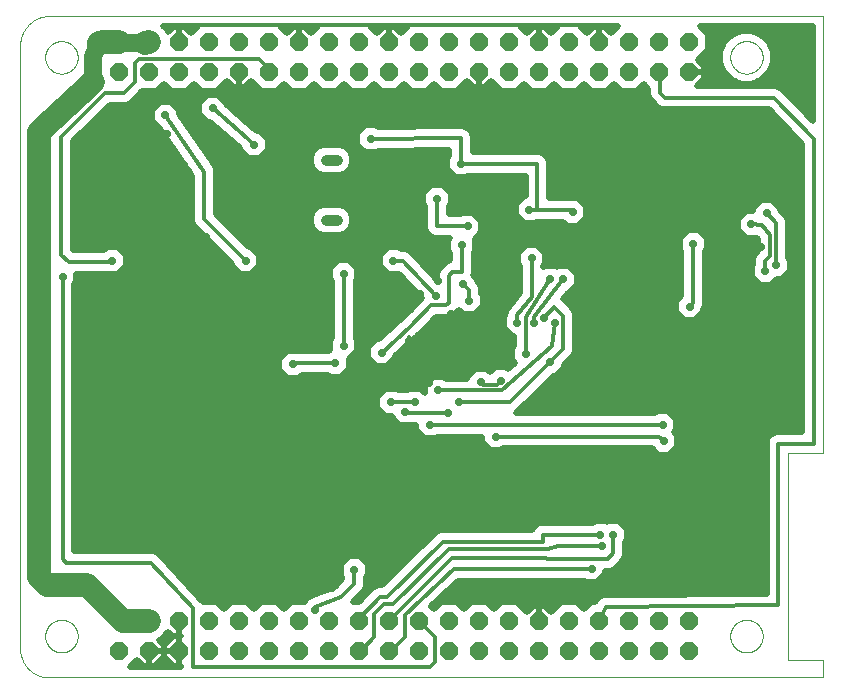
<source format=gbl>
G75*
%MOIN*%
%OFA0B0*%
%FSLAX25Y25*%
%IPPOS*%
%LPD*%
%AMOC8*
5,1,8,0,0,1.08239X$1,22.5*
%
%ADD10C,0.00000*%
%ADD11OC8,0.06000*%
%ADD12C,0.03600*%
%ADD13C,0.01969*%
%ADD14OC8,0.02381*%
%ADD15C,0.01220*%
%ADD16C,0.01181*%
%ADD17C,0.07874*%
%ADD18C,0.05906*%
D10*
X0008586Y0012587D02*
X0008586Y0213768D01*
X0008589Y0214006D01*
X0008597Y0214244D01*
X0008612Y0214481D01*
X0008632Y0214718D01*
X0008658Y0214954D01*
X0008689Y0215190D01*
X0008726Y0215425D01*
X0008769Y0215659D01*
X0008818Y0215892D01*
X0008872Y0216124D01*
X0008932Y0216354D01*
X0008997Y0216583D01*
X0009068Y0216810D01*
X0009144Y0217035D01*
X0009226Y0217258D01*
X0009313Y0217480D01*
X0009405Y0217699D01*
X0009503Y0217916D01*
X0009605Y0218130D01*
X0009713Y0218342D01*
X0009827Y0218552D01*
X0009945Y0218758D01*
X0010068Y0218962D01*
X0010196Y0219162D01*
X0010328Y0219359D01*
X0010466Y0219554D01*
X0010608Y0219744D01*
X0010755Y0219932D01*
X0010906Y0220115D01*
X0011061Y0220295D01*
X0011221Y0220471D01*
X0011385Y0220643D01*
X0011554Y0220812D01*
X0011726Y0220976D01*
X0011902Y0221136D01*
X0012082Y0221291D01*
X0012265Y0221442D01*
X0012453Y0221589D01*
X0012643Y0221731D01*
X0012838Y0221869D01*
X0013035Y0222001D01*
X0013235Y0222129D01*
X0013439Y0222252D01*
X0013645Y0222370D01*
X0013855Y0222484D01*
X0014067Y0222592D01*
X0014281Y0222694D01*
X0014498Y0222792D01*
X0014717Y0222884D01*
X0014939Y0222971D01*
X0015162Y0223053D01*
X0015387Y0223129D01*
X0015614Y0223200D01*
X0015843Y0223265D01*
X0016073Y0223325D01*
X0016305Y0223379D01*
X0016538Y0223428D01*
X0016772Y0223471D01*
X0017007Y0223508D01*
X0017243Y0223539D01*
X0017479Y0223565D01*
X0017716Y0223585D01*
X0017953Y0223600D01*
X0018191Y0223608D01*
X0018429Y0223611D01*
X0276303Y0223611D01*
X0276303Y0077942D01*
X0264492Y0077942D01*
X0264492Y0009044D01*
X0276303Y0009044D01*
X0276303Y0003138D01*
X0018429Y0003138D01*
X0018192Y0003136D01*
X0017955Y0003140D01*
X0017719Y0003150D01*
X0017482Y0003165D01*
X0017247Y0003186D01*
X0017011Y0003214D01*
X0016777Y0003246D01*
X0016543Y0003285D01*
X0016311Y0003329D01*
X0016079Y0003379D01*
X0015849Y0003435D01*
X0015620Y0003496D01*
X0015393Y0003563D01*
X0015168Y0003636D01*
X0014944Y0003714D01*
X0014723Y0003797D01*
X0014503Y0003886D01*
X0014286Y0003980D01*
X0014071Y0004079D01*
X0013859Y0004184D01*
X0013649Y0004294D01*
X0013442Y0004409D01*
X0013238Y0004529D01*
X0013037Y0004654D01*
X0012839Y0004784D01*
X0012644Y0004919D01*
X0012453Y0005059D01*
X0012265Y0005203D01*
X0012081Y0005351D01*
X0011900Y0005505D01*
X0011723Y0005662D01*
X0011550Y0005824D01*
X0011382Y0005990D01*
X0011217Y0006160D01*
X0011057Y0006334D01*
X0010900Y0006512D01*
X0010749Y0006694D01*
X0010602Y0006880D01*
X0010459Y0007069D01*
X0010321Y0007261D01*
X0010188Y0007457D01*
X0010060Y0007656D01*
X0009936Y0007858D01*
X0009818Y0008063D01*
X0009704Y0008271D01*
X0009596Y0008482D01*
X0009493Y0008695D01*
X0009396Y0008911D01*
X0009303Y0009129D01*
X0009216Y0009349D01*
X0009135Y0009571D01*
X0009059Y0009796D01*
X0008988Y0010022D01*
X0008923Y0010249D01*
X0008864Y0010478D01*
X0008810Y0010709D01*
X0008762Y0010941D01*
X0008719Y0011174D01*
X0008683Y0011408D01*
X0008652Y0011643D01*
X0008627Y0011878D01*
X0008607Y0012114D01*
X0008594Y0012350D01*
X0008586Y0012587D01*
X0016953Y0016918D02*
X0016955Y0017065D01*
X0016961Y0017211D01*
X0016971Y0017357D01*
X0016985Y0017503D01*
X0017003Y0017649D01*
X0017024Y0017794D01*
X0017050Y0017938D01*
X0017080Y0018082D01*
X0017113Y0018224D01*
X0017150Y0018366D01*
X0017191Y0018507D01*
X0017236Y0018646D01*
X0017285Y0018785D01*
X0017337Y0018922D01*
X0017394Y0019057D01*
X0017453Y0019191D01*
X0017517Y0019323D01*
X0017584Y0019453D01*
X0017654Y0019582D01*
X0017728Y0019709D01*
X0017805Y0019833D01*
X0017886Y0019956D01*
X0017970Y0020076D01*
X0018057Y0020194D01*
X0018147Y0020309D01*
X0018240Y0020422D01*
X0018337Y0020533D01*
X0018436Y0020641D01*
X0018538Y0020746D01*
X0018643Y0020848D01*
X0018751Y0020947D01*
X0018862Y0021044D01*
X0018975Y0021137D01*
X0019090Y0021227D01*
X0019208Y0021314D01*
X0019328Y0021398D01*
X0019451Y0021479D01*
X0019575Y0021556D01*
X0019702Y0021630D01*
X0019831Y0021700D01*
X0019961Y0021767D01*
X0020093Y0021831D01*
X0020227Y0021890D01*
X0020362Y0021947D01*
X0020499Y0021999D01*
X0020638Y0022048D01*
X0020777Y0022093D01*
X0020918Y0022134D01*
X0021060Y0022171D01*
X0021202Y0022204D01*
X0021346Y0022234D01*
X0021490Y0022260D01*
X0021635Y0022281D01*
X0021781Y0022299D01*
X0021927Y0022313D01*
X0022073Y0022323D01*
X0022219Y0022329D01*
X0022366Y0022331D01*
X0022513Y0022329D01*
X0022659Y0022323D01*
X0022805Y0022313D01*
X0022951Y0022299D01*
X0023097Y0022281D01*
X0023242Y0022260D01*
X0023386Y0022234D01*
X0023530Y0022204D01*
X0023672Y0022171D01*
X0023814Y0022134D01*
X0023955Y0022093D01*
X0024094Y0022048D01*
X0024233Y0021999D01*
X0024370Y0021947D01*
X0024505Y0021890D01*
X0024639Y0021831D01*
X0024771Y0021767D01*
X0024901Y0021700D01*
X0025030Y0021630D01*
X0025157Y0021556D01*
X0025281Y0021479D01*
X0025404Y0021398D01*
X0025524Y0021314D01*
X0025642Y0021227D01*
X0025757Y0021137D01*
X0025870Y0021044D01*
X0025981Y0020947D01*
X0026089Y0020848D01*
X0026194Y0020746D01*
X0026296Y0020641D01*
X0026395Y0020533D01*
X0026492Y0020422D01*
X0026585Y0020309D01*
X0026675Y0020194D01*
X0026762Y0020076D01*
X0026846Y0019956D01*
X0026927Y0019833D01*
X0027004Y0019709D01*
X0027078Y0019582D01*
X0027148Y0019453D01*
X0027215Y0019323D01*
X0027279Y0019191D01*
X0027338Y0019057D01*
X0027395Y0018922D01*
X0027447Y0018785D01*
X0027496Y0018646D01*
X0027541Y0018507D01*
X0027582Y0018366D01*
X0027619Y0018224D01*
X0027652Y0018082D01*
X0027682Y0017938D01*
X0027708Y0017794D01*
X0027729Y0017649D01*
X0027747Y0017503D01*
X0027761Y0017357D01*
X0027771Y0017211D01*
X0027777Y0017065D01*
X0027779Y0016918D01*
X0027777Y0016771D01*
X0027771Y0016625D01*
X0027761Y0016479D01*
X0027747Y0016333D01*
X0027729Y0016187D01*
X0027708Y0016042D01*
X0027682Y0015898D01*
X0027652Y0015754D01*
X0027619Y0015612D01*
X0027582Y0015470D01*
X0027541Y0015329D01*
X0027496Y0015190D01*
X0027447Y0015051D01*
X0027395Y0014914D01*
X0027338Y0014779D01*
X0027279Y0014645D01*
X0027215Y0014513D01*
X0027148Y0014383D01*
X0027078Y0014254D01*
X0027004Y0014127D01*
X0026927Y0014003D01*
X0026846Y0013880D01*
X0026762Y0013760D01*
X0026675Y0013642D01*
X0026585Y0013527D01*
X0026492Y0013414D01*
X0026395Y0013303D01*
X0026296Y0013195D01*
X0026194Y0013090D01*
X0026089Y0012988D01*
X0025981Y0012889D01*
X0025870Y0012792D01*
X0025757Y0012699D01*
X0025642Y0012609D01*
X0025524Y0012522D01*
X0025404Y0012438D01*
X0025281Y0012357D01*
X0025157Y0012280D01*
X0025030Y0012206D01*
X0024901Y0012136D01*
X0024771Y0012069D01*
X0024639Y0012005D01*
X0024505Y0011946D01*
X0024370Y0011889D01*
X0024233Y0011837D01*
X0024094Y0011788D01*
X0023955Y0011743D01*
X0023814Y0011702D01*
X0023672Y0011665D01*
X0023530Y0011632D01*
X0023386Y0011602D01*
X0023242Y0011576D01*
X0023097Y0011555D01*
X0022951Y0011537D01*
X0022805Y0011523D01*
X0022659Y0011513D01*
X0022513Y0011507D01*
X0022366Y0011505D01*
X0022219Y0011507D01*
X0022073Y0011513D01*
X0021927Y0011523D01*
X0021781Y0011537D01*
X0021635Y0011555D01*
X0021490Y0011576D01*
X0021346Y0011602D01*
X0021202Y0011632D01*
X0021060Y0011665D01*
X0020918Y0011702D01*
X0020777Y0011743D01*
X0020638Y0011788D01*
X0020499Y0011837D01*
X0020362Y0011889D01*
X0020227Y0011946D01*
X0020093Y0012005D01*
X0019961Y0012069D01*
X0019831Y0012136D01*
X0019702Y0012206D01*
X0019575Y0012280D01*
X0019451Y0012357D01*
X0019328Y0012438D01*
X0019208Y0012522D01*
X0019090Y0012609D01*
X0018975Y0012699D01*
X0018862Y0012792D01*
X0018751Y0012889D01*
X0018643Y0012988D01*
X0018538Y0013090D01*
X0018436Y0013195D01*
X0018337Y0013303D01*
X0018240Y0013414D01*
X0018147Y0013527D01*
X0018057Y0013642D01*
X0017970Y0013760D01*
X0017886Y0013880D01*
X0017805Y0014003D01*
X0017728Y0014127D01*
X0017654Y0014254D01*
X0017584Y0014383D01*
X0017517Y0014513D01*
X0017453Y0014645D01*
X0017394Y0014779D01*
X0017337Y0014914D01*
X0017285Y0015051D01*
X0017236Y0015190D01*
X0017191Y0015329D01*
X0017150Y0015470D01*
X0017113Y0015612D01*
X0017080Y0015754D01*
X0017050Y0015898D01*
X0017024Y0016042D01*
X0017003Y0016187D01*
X0016985Y0016333D01*
X0016971Y0016479D01*
X0016961Y0016625D01*
X0016955Y0016771D01*
X0016953Y0016918D01*
X0245299Y0016918D02*
X0245301Y0017065D01*
X0245307Y0017211D01*
X0245317Y0017357D01*
X0245331Y0017503D01*
X0245349Y0017649D01*
X0245370Y0017794D01*
X0245396Y0017938D01*
X0245426Y0018082D01*
X0245459Y0018224D01*
X0245496Y0018366D01*
X0245537Y0018507D01*
X0245582Y0018646D01*
X0245631Y0018785D01*
X0245683Y0018922D01*
X0245740Y0019057D01*
X0245799Y0019191D01*
X0245863Y0019323D01*
X0245930Y0019453D01*
X0246000Y0019582D01*
X0246074Y0019709D01*
X0246151Y0019833D01*
X0246232Y0019956D01*
X0246316Y0020076D01*
X0246403Y0020194D01*
X0246493Y0020309D01*
X0246586Y0020422D01*
X0246683Y0020533D01*
X0246782Y0020641D01*
X0246884Y0020746D01*
X0246989Y0020848D01*
X0247097Y0020947D01*
X0247208Y0021044D01*
X0247321Y0021137D01*
X0247436Y0021227D01*
X0247554Y0021314D01*
X0247674Y0021398D01*
X0247797Y0021479D01*
X0247921Y0021556D01*
X0248048Y0021630D01*
X0248177Y0021700D01*
X0248307Y0021767D01*
X0248439Y0021831D01*
X0248573Y0021890D01*
X0248708Y0021947D01*
X0248845Y0021999D01*
X0248984Y0022048D01*
X0249123Y0022093D01*
X0249264Y0022134D01*
X0249406Y0022171D01*
X0249548Y0022204D01*
X0249692Y0022234D01*
X0249836Y0022260D01*
X0249981Y0022281D01*
X0250127Y0022299D01*
X0250273Y0022313D01*
X0250419Y0022323D01*
X0250565Y0022329D01*
X0250712Y0022331D01*
X0250859Y0022329D01*
X0251005Y0022323D01*
X0251151Y0022313D01*
X0251297Y0022299D01*
X0251443Y0022281D01*
X0251588Y0022260D01*
X0251732Y0022234D01*
X0251876Y0022204D01*
X0252018Y0022171D01*
X0252160Y0022134D01*
X0252301Y0022093D01*
X0252440Y0022048D01*
X0252579Y0021999D01*
X0252716Y0021947D01*
X0252851Y0021890D01*
X0252985Y0021831D01*
X0253117Y0021767D01*
X0253247Y0021700D01*
X0253376Y0021630D01*
X0253503Y0021556D01*
X0253627Y0021479D01*
X0253750Y0021398D01*
X0253870Y0021314D01*
X0253988Y0021227D01*
X0254103Y0021137D01*
X0254216Y0021044D01*
X0254327Y0020947D01*
X0254435Y0020848D01*
X0254540Y0020746D01*
X0254642Y0020641D01*
X0254741Y0020533D01*
X0254838Y0020422D01*
X0254931Y0020309D01*
X0255021Y0020194D01*
X0255108Y0020076D01*
X0255192Y0019956D01*
X0255273Y0019833D01*
X0255350Y0019709D01*
X0255424Y0019582D01*
X0255494Y0019453D01*
X0255561Y0019323D01*
X0255625Y0019191D01*
X0255684Y0019057D01*
X0255741Y0018922D01*
X0255793Y0018785D01*
X0255842Y0018646D01*
X0255887Y0018507D01*
X0255928Y0018366D01*
X0255965Y0018224D01*
X0255998Y0018082D01*
X0256028Y0017938D01*
X0256054Y0017794D01*
X0256075Y0017649D01*
X0256093Y0017503D01*
X0256107Y0017357D01*
X0256117Y0017211D01*
X0256123Y0017065D01*
X0256125Y0016918D01*
X0256123Y0016771D01*
X0256117Y0016625D01*
X0256107Y0016479D01*
X0256093Y0016333D01*
X0256075Y0016187D01*
X0256054Y0016042D01*
X0256028Y0015898D01*
X0255998Y0015754D01*
X0255965Y0015612D01*
X0255928Y0015470D01*
X0255887Y0015329D01*
X0255842Y0015190D01*
X0255793Y0015051D01*
X0255741Y0014914D01*
X0255684Y0014779D01*
X0255625Y0014645D01*
X0255561Y0014513D01*
X0255494Y0014383D01*
X0255424Y0014254D01*
X0255350Y0014127D01*
X0255273Y0014003D01*
X0255192Y0013880D01*
X0255108Y0013760D01*
X0255021Y0013642D01*
X0254931Y0013527D01*
X0254838Y0013414D01*
X0254741Y0013303D01*
X0254642Y0013195D01*
X0254540Y0013090D01*
X0254435Y0012988D01*
X0254327Y0012889D01*
X0254216Y0012792D01*
X0254103Y0012699D01*
X0253988Y0012609D01*
X0253870Y0012522D01*
X0253750Y0012438D01*
X0253627Y0012357D01*
X0253503Y0012280D01*
X0253376Y0012206D01*
X0253247Y0012136D01*
X0253117Y0012069D01*
X0252985Y0012005D01*
X0252851Y0011946D01*
X0252716Y0011889D01*
X0252579Y0011837D01*
X0252440Y0011788D01*
X0252301Y0011743D01*
X0252160Y0011702D01*
X0252018Y0011665D01*
X0251876Y0011632D01*
X0251732Y0011602D01*
X0251588Y0011576D01*
X0251443Y0011555D01*
X0251297Y0011537D01*
X0251151Y0011523D01*
X0251005Y0011513D01*
X0250859Y0011507D01*
X0250712Y0011505D01*
X0250565Y0011507D01*
X0250419Y0011513D01*
X0250273Y0011523D01*
X0250127Y0011537D01*
X0249981Y0011555D01*
X0249836Y0011576D01*
X0249692Y0011602D01*
X0249548Y0011632D01*
X0249406Y0011665D01*
X0249264Y0011702D01*
X0249123Y0011743D01*
X0248984Y0011788D01*
X0248845Y0011837D01*
X0248708Y0011889D01*
X0248573Y0011946D01*
X0248439Y0012005D01*
X0248307Y0012069D01*
X0248177Y0012136D01*
X0248048Y0012206D01*
X0247921Y0012280D01*
X0247797Y0012357D01*
X0247674Y0012438D01*
X0247554Y0012522D01*
X0247436Y0012609D01*
X0247321Y0012699D01*
X0247208Y0012792D01*
X0247097Y0012889D01*
X0246989Y0012988D01*
X0246884Y0013090D01*
X0246782Y0013195D01*
X0246683Y0013303D01*
X0246586Y0013414D01*
X0246493Y0013527D01*
X0246403Y0013642D01*
X0246316Y0013760D01*
X0246232Y0013880D01*
X0246151Y0014003D01*
X0246074Y0014127D01*
X0246000Y0014254D01*
X0245930Y0014383D01*
X0245863Y0014513D01*
X0245799Y0014645D01*
X0245740Y0014779D01*
X0245683Y0014914D01*
X0245631Y0015051D01*
X0245582Y0015190D01*
X0245537Y0015329D01*
X0245496Y0015470D01*
X0245459Y0015612D01*
X0245426Y0015754D01*
X0245396Y0015898D01*
X0245370Y0016042D01*
X0245349Y0016187D01*
X0245331Y0016333D01*
X0245317Y0016479D01*
X0245307Y0016625D01*
X0245301Y0016771D01*
X0245299Y0016918D01*
X0245299Y0209831D02*
X0245301Y0209978D01*
X0245307Y0210124D01*
X0245317Y0210270D01*
X0245331Y0210416D01*
X0245349Y0210562D01*
X0245370Y0210707D01*
X0245396Y0210851D01*
X0245426Y0210995D01*
X0245459Y0211137D01*
X0245496Y0211279D01*
X0245537Y0211420D01*
X0245582Y0211559D01*
X0245631Y0211698D01*
X0245683Y0211835D01*
X0245740Y0211970D01*
X0245799Y0212104D01*
X0245863Y0212236D01*
X0245930Y0212366D01*
X0246000Y0212495D01*
X0246074Y0212622D01*
X0246151Y0212746D01*
X0246232Y0212869D01*
X0246316Y0212989D01*
X0246403Y0213107D01*
X0246493Y0213222D01*
X0246586Y0213335D01*
X0246683Y0213446D01*
X0246782Y0213554D01*
X0246884Y0213659D01*
X0246989Y0213761D01*
X0247097Y0213860D01*
X0247208Y0213957D01*
X0247321Y0214050D01*
X0247436Y0214140D01*
X0247554Y0214227D01*
X0247674Y0214311D01*
X0247797Y0214392D01*
X0247921Y0214469D01*
X0248048Y0214543D01*
X0248177Y0214613D01*
X0248307Y0214680D01*
X0248439Y0214744D01*
X0248573Y0214803D01*
X0248708Y0214860D01*
X0248845Y0214912D01*
X0248984Y0214961D01*
X0249123Y0215006D01*
X0249264Y0215047D01*
X0249406Y0215084D01*
X0249548Y0215117D01*
X0249692Y0215147D01*
X0249836Y0215173D01*
X0249981Y0215194D01*
X0250127Y0215212D01*
X0250273Y0215226D01*
X0250419Y0215236D01*
X0250565Y0215242D01*
X0250712Y0215244D01*
X0250859Y0215242D01*
X0251005Y0215236D01*
X0251151Y0215226D01*
X0251297Y0215212D01*
X0251443Y0215194D01*
X0251588Y0215173D01*
X0251732Y0215147D01*
X0251876Y0215117D01*
X0252018Y0215084D01*
X0252160Y0215047D01*
X0252301Y0215006D01*
X0252440Y0214961D01*
X0252579Y0214912D01*
X0252716Y0214860D01*
X0252851Y0214803D01*
X0252985Y0214744D01*
X0253117Y0214680D01*
X0253247Y0214613D01*
X0253376Y0214543D01*
X0253503Y0214469D01*
X0253627Y0214392D01*
X0253750Y0214311D01*
X0253870Y0214227D01*
X0253988Y0214140D01*
X0254103Y0214050D01*
X0254216Y0213957D01*
X0254327Y0213860D01*
X0254435Y0213761D01*
X0254540Y0213659D01*
X0254642Y0213554D01*
X0254741Y0213446D01*
X0254838Y0213335D01*
X0254931Y0213222D01*
X0255021Y0213107D01*
X0255108Y0212989D01*
X0255192Y0212869D01*
X0255273Y0212746D01*
X0255350Y0212622D01*
X0255424Y0212495D01*
X0255494Y0212366D01*
X0255561Y0212236D01*
X0255625Y0212104D01*
X0255684Y0211970D01*
X0255741Y0211835D01*
X0255793Y0211698D01*
X0255842Y0211559D01*
X0255887Y0211420D01*
X0255928Y0211279D01*
X0255965Y0211137D01*
X0255998Y0210995D01*
X0256028Y0210851D01*
X0256054Y0210707D01*
X0256075Y0210562D01*
X0256093Y0210416D01*
X0256107Y0210270D01*
X0256117Y0210124D01*
X0256123Y0209978D01*
X0256125Y0209831D01*
X0256123Y0209684D01*
X0256117Y0209538D01*
X0256107Y0209392D01*
X0256093Y0209246D01*
X0256075Y0209100D01*
X0256054Y0208955D01*
X0256028Y0208811D01*
X0255998Y0208667D01*
X0255965Y0208525D01*
X0255928Y0208383D01*
X0255887Y0208242D01*
X0255842Y0208103D01*
X0255793Y0207964D01*
X0255741Y0207827D01*
X0255684Y0207692D01*
X0255625Y0207558D01*
X0255561Y0207426D01*
X0255494Y0207296D01*
X0255424Y0207167D01*
X0255350Y0207040D01*
X0255273Y0206916D01*
X0255192Y0206793D01*
X0255108Y0206673D01*
X0255021Y0206555D01*
X0254931Y0206440D01*
X0254838Y0206327D01*
X0254741Y0206216D01*
X0254642Y0206108D01*
X0254540Y0206003D01*
X0254435Y0205901D01*
X0254327Y0205802D01*
X0254216Y0205705D01*
X0254103Y0205612D01*
X0253988Y0205522D01*
X0253870Y0205435D01*
X0253750Y0205351D01*
X0253627Y0205270D01*
X0253503Y0205193D01*
X0253376Y0205119D01*
X0253247Y0205049D01*
X0253117Y0204982D01*
X0252985Y0204918D01*
X0252851Y0204859D01*
X0252716Y0204802D01*
X0252579Y0204750D01*
X0252440Y0204701D01*
X0252301Y0204656D01*
X0252160Y0204615D01*
X0252018Y0204578D01*
X0251876Y0204545D01*
X0251732Y0204515D01*
X0251588Y0204489D01*
X0251443Y0204468D01*
X0251297Y0204450D01*
X0251151Y0204436D01*
X0251005Y0204426D01*
X0250859Y0204420D01*
X0250712Y0204418D01*
X0250565Y0204420D01*
X0250419Y0204426D01*
X0250273Y0204436D01*
X0250127Y0204450D01*
X0249981Y0204468D01*
X0249836Y0204489D01*
X0249692Y0204515D01*
X0249548Y0204545D01*
X0249406Y0204578D01*
X0249264Y0204615D01*
X0249123Y0204656D01*
X0248984Y0204701D01*
X0248845Y0204750D01*
X0248708Y0204802D01*
X0248573Y0204859D01*
X0248439Y0204918D01*
X0248307Y0204982D01*
X0248177Y0205049D01*
X0248048Y0205119D01*
X0247921Y0205193D01*
X0247797Y0205270D01*
X0247674Y0205351D01*
X0247554Y0205435D01*
X0247436Y0205522D01*
X0247321Y0205612D01*
X0247208Y0205705D01*
X0247097Y0205802D01*
X0246989Y0205901D01*
X0246884Y0206003D01*
X0246782Y0206108D01*
X0246683Y0206216D01*
X0246586Y0206327D01*
X0246493Y0206440D01*
X0246403Y0206555D01*
X0246316Y0206673D01*
X0246232Y0206793D01*
X0246151Y0206916D01*
X0246074Y0207040D01*
X0246000Y0207167D01*
X0245930Y0207296D01*
X0245863Y0207426D01*
X0245799Y0207558D01*
X0245740Y0207692D01*
X0245683Y0207827D01*
X0245631Y0207964D01*
X0245582Y0208103D01*
X0245537Y0208242D01*
X0245496Y0208383D01*
X0245459Y0208525D01*
X0245426Y0208667D01*
X0245396Y0208811D01*
X0245370Y0208955D01*
X0245349Y0209100D01*
X0245331Y0209246D01*
X0245317Y0209392D01*
X0245307Y0209538D01*
X0245301Y0209684D01*
X0245299Y0209831D01*
X0016953Y0209831D02*
X0016955Y0209978D01*
X0016961Y0210124D01*
X0016971Y0210270D01*
X0016985Y0210416D01*
X0017003Y0210562D01*
X0017024Y0210707D01*
X0017050Y0210851D01*
X0017080Y0210995D01*
X0017113Y0211137D01*
X0017150Y0211279D01*
X0017191Y0211420D01*
X0017236Y0211559D01*
X0017285Y0211698D01*
X0017337Y0211835D01*
X0017394Y0211970D01*
X0017453Y0212104D01*
X0017517Y0212236D01*
X0017584Y0212366D01*
X0017654Y0212495D01*
X0017728Y0212622D01*
X0017805Y0212746D01*
X0017886Y0212869D01*
X0017970Y0212989D01*
X0018057Y0213107D01*
X0018147Y0213222D01*
X0018240Y0213335D01*
X0018337Y0213446D01*
X0018436Y0213554D01*
X0018538Y0213659D01*
X0018643Y0213761D01*
X0018751Y0213860D01*
X0018862Y0213957D01*
X0018975Y0214050D01*
X0019090Y0214140D01*
X0019208Y0214227D01*
X0019328Y0214311D01*
X0019451Y0214392D01*
X0019575Y0214469D01*
X0019702Y0214543D01*
X0019831Y0214613D01*
X0019961Y0214680D01*
X0020093Y0214744D01*
X0020227Y0214803D01*
X0020362Y0214860D01*
X0020499Y0214912D01*
X0020638Y0214961D01*
X0020777Y0215006D01*
X0020918Y0215047D01*
X0021060Y0215084D01*
X0021202Y0215117D01*
X0021346Y0215147D01*
X0021490Y0215173D01*
X0021635Y0215194D01*
X0021781Y0215212D01*
X0021927Y0215226D01*
X0022073Y0215236D01*
X0022219Y0215242D01*
X0022366Y0215244D01*
X0022513Y0215242D01*
X0022659Y0215236D01*
X0022805Y0215226D01*
X0022951Y0215212D01*
X0023097Y0215194D01*
X0023242Y0215173D01*
X0023386Y0215147D01*
X0023530Y0215117D01*
X0023672Y0215084D01*
X0023814Y0215047D01*
X0023955Y0215006D01*
X0024094Y0214961D01*
X0024233Y0214912D01*
X0024370Y0214860D01*
X0024505Y0214803D01*
X0024639Y0214744D01*
X0024771Y0214680D01*
X0024901Y0214613D01*
X0025030Y0214543D01*
X0025157Y0214469D01*
X0025281Y0214392D01*
X0025404Y0214311D01*
X0025524Y0214227D01*
X0025642Y0214140D01*
X0025757Y0214050D01*
X0025870Y0213957D01*
X0025981Y0213860D01*
X0026089Y0213761D01*
X0026194Y0213659D01*
X0026296Y0213554D01*
X0026395Y0213446D01*
X0026492Y0213335D01*
X0026585Y0213222D01*
X0026675Y0213107D01*
X0026762Y0212989D01*
X0026846Y0212869D01*
X0026927Y0212746D01*
X0027004Y0212622D01*
X0027078Y0212495D01*
X0027148Y0212366D01*
X0027215Y0212236D01*
X0027279Y0212104D01*
X0027338Y0211970D01*
X0027395Y0211835D01*
X0027447Y0211698D01*
X0027496Y0211559D01*
X0027541Y0211420D01*
X0027582Y0211279D01*
X0027619Y0211137D01*
X0027652Y0210995D01*
X0027682Y0210851D01*
X0027708Y0210707D01*
X0027729Y0210562D01*
X0027747Y0210416D01*
X0027761Y0210270D01*
X0027771Y0210124D01*
X0027777Y0209978D01*
X0027779Y0209831D01*
X0027777Y0209684D01*
X0027771Y0209538D01*
X0027761Y0209392D01*
X0027747Y0209246D01*
X0027729Y0209100D01*
X0027708Y0208955D01*
X0027682Y0208811D01*
X0027652Y0208667D01*
X0027619Y0208525D01*
X0027582Y0208383D01*
X0027541Y0208242D01*
X0027496Y0208103D01*
X0027447Y0207964D01*
X0027395Y0207827D01*
X0027338Y0207692D01*
X0027279Y0207558D01*
X0027215Y0207426D01*
X0027148Y0207296D01*
X0027078Y0207167D01*
X0027004Y0207040D01*
X0026927Y0206916D01*
X0026846Y0206793D01*
X0026762Y0206673D01*
X0026675Y0206555D01*
X0026585Y0206440D01*
X0026492Y0206327D01*
X0026395Y0206216D01*
X0026296Y0206108D01*
X0026194Y0206003D01*
X0026089Y0205901D01*
X0025981Y0205802D01*
X0025870Y0205705D01*
X0025757Y0205612D01*
X0025642Y0205522D01*
X0025524Y0205435D01*
X0025404Y0205351D01*
X0025281Y0205270D01*
X0025157Y0205193D01*
X0025030Y0205119D01*
X0024901Y0205049D01*
X0024771Y0204982D01*
X0024639Y0204918D01*
X0024505Y0204859D01*
X0024370Y0204802D01*
X0024233Y0204750D01*
X0024094Y0204701D01*
X0023955Y0204656D01*
X0023814Y0204615D01*
X0023672Y0204578D01*
X0023530Y0204545D01*
X0023386Y0204515D01*
X0023242Y0204489D01*
X0023097Y0204468D01*
X0022951Y0204450D01*
X0022805Y0204436D01*
X0022659Y0204426D01*
X0022513Y0204420D01*
X0022366Y0204418D01*
X0022219Y0204420D01*
X0022073Y0204426D01*
X0021927Y0204436D01*
X0021781Y0204450D01*
X0021635Y0204468D01*
X0021490Y0204489D01*
X0021346Y0204515D01*
X0021202Y0204545D01*
X0021060Y0204578D01*
X0020918Y0204615D01*
X0020777Y0204656D01*
X0020638Y0204701D01*
X0020499Y0204750D01*
X0020362Y0204802D01*
X0020227Y0204859D01*
X0020093Y0204918D01*
X0019961Y0204982D01*
X0019831Y0205049D01*
X0019702Y0205119D01*
X0019575Y0205193D01*
X0019451Y0205270D01*
X0019328Y0205351D01*
X0019208Y0205435D01*
X0019090Y0205522D01*
X0018975Y0205612D01*
X0018862Y0205705D01*
X0018751Y0205802D01*
X0018643Y0205901D01*
X0018538Y0206003D01*
X0018436Y0206108D01*
X0018337Y0206216D01*
X0018240Y0206327D01*
X0018147Y0206440D01*
X0018057Y0206555D01*
X0017970Y0206673D01*
X0017886Y0206793D01*
X0017805Y0206916D01*
X0017728Y0207040D01*
X0017654Y0207167D01*
X0017584Y0207296D01*
X0017517Y0207426D01*
X0017453Y0207558D01*
X0017394Y0207692D01*
X0017337Y0207827D01*
X0017285Y0207964D01*
X0017236Y0208103D01*
X0017191Y0208242D01*
X0017150Y0208383D01*
X0017113Y0208525D01*
X0017080Y0208667D01*
X0017050Y0208811D01*
X0017024Y0208955D01*
X0017003Y0209100D01*
X0016985Y0209246D01*
X0016971Y0209392D01*
X0016961Y0209538D01*
X0016955Y0209684D01*
X0016953Y0209831D01*
D11*
X0041539Y0204831D03*
X0051539Y0204831D03*
X0061539Y0204831D03*
X0071539Y0204831D03*
X0081539Y0204831D03*
X0091539Y0204831D03*
X0101539Y0204831D03*
X0111539Y0204831D03*
X0121539Y0204831D03*
X0131539Y0204831D03*
X0141539Y0204831D03*
X0151539Y0204831D03*
X0161539Y0204831D03*
X0171539Y0204831D03*
X0181539Y0204831D03*
X0191539Y0204831D03*
X0201539Y0204831D03*
X0211539Y0204831D03*
X0221539Y0204831D03*
X0231539Y0204831D03*
X0231539Y0214831D03*
X0221539Y0214831D03*
X0211539Y0214831D03*
X0201539Y0214831D03*
X0191539Y0214831D03*
X0181539Y0214831D03*
X0171539Y0214831D03*
X0161539Y0214831D03*
X0151539Y0214831D03*
X0141539Y0214831D03*
X0131539Y0214831D03*
X0121539Y0214831D03*
X0111539Y0214831D03*
X0101539Y0214831D03*
X0091539Y0214831D03*
X0081539Y0214831D03*
X0071539Y0214831D03*
X0061539Y0214831D03*
X0051539Y0214831D03*
X0041539Y0214831D03*
X0041539Y0021918D03*
X0051539Y0021918D03*
X0051539Y0011918D03*
X0041539Y0011918D03*
X0061539Y0011918D03*
X0071539Y0011918D03*
X0071539Y0021918D03*
X0061539Y0021918D03*
X0081539Y0021918D03*
X0091539Y0021918D03*
X0101539Y0021918D03*
X0101539Y0011918D03*
X0091539Y0011918D03*
X0081539Y0011918D03*
X0111539Y0011918D03*
X0121539Y0011918D03*
X0121539Y0021918D03*
X0111539Y0021918D03*
X0131539Y0021918D03*
X0141539Y0021918D03*
X0141539Y0011918D03*
X0131539Y0011918D03*
X0151539Y0011918D03*
X0161539Y0011918D03*
X0171539Y0011918D03*
X0171539Y0021918D03*
X0161539Y0021918D03*
X0151539Y0021918D03*
X0181539Y0021918D03*
X0191539Y0021918D03*
X0191539Y0011918D03*
X0181539Y0011918D03*
X0201539Y0011918D03*
X0211539Y0011918D03*
X0211539Y0021918D03*
X0201539Y0021918D03*
X0221539Y0021918D03*
X0231539Y0021918D03*
X0231539Y0011918D03*
X0221539Y0011918D03*
D12*
X0114205Y0155619D02*
X0110605Y0155619D01*
X0110605Y0175619D02*
X0114205Y0175619D01*
D13*
X0118705Y0178203D02*
X0123562Y0178203D01*
X0123636Y0178129D02*
X0127395Y0178129D01*
X0128009Y0178744D01*
X0151480Y0179070D01*
X0151480Y0176858D01*
X0150900Y0176278D01*
X0150900Y0172519D01*
X0153557Y0169861D01*
X0157316Y0169861D01*
X0157896Y0170442D01*
X0177071Y0170442D01*
X0177071Y0163581D01*
X0176392Y0163581D01*
X0173734Y0160923D01*
X0173734Y0157165D01*
X0176392Y0154507D01*
X0180151Y0154507D01*
X0180731Y0155087D01*
X0189591Y0155087D01*
X0190959Y0153720D01*
X0194718Y0153720D01*
X0197375Y0156377D01*
X0197375Y0160136D01*
X0194718Y0162794D01*
X0193338Y0162794D01*
X0192838Y0163001D01*
X0184984Y0163001D01*
X0184984Y0175185D01*
X0184382Y0176640D01*
X0183269Y0177753D01*
X0181814Y0178355D01*
X0159393Y0178355D01*
X0159393Y0183847D01*
X0158791Y0185301D01*
X0157678Y0186414D01*
X0156224Y0187016D01*
X0154620Y0187016D01*
X0154594Y0187027D01*
X0153835Y0187016D01*
X0153075Y0187016D01*
X0153048Y0187005D01*
X0127941Y0186657D01*
X0127395Y0187203D01*
X0123636Y0187203D01*
X0120978Y0184545D01*
X0120978Y0180787D01*
X0123636Y0178129D01*
X0121595Y0180170D02*
X0116666Y0180170D01*
X0117120Y0179982D02*
X0115229Y0180765D01*
X0109581Y0180765D01*
X0107690Y0179982D01*
X0106242Y0178534D01*
X0105459Y0176642D01*
X0105459Y0174595D01*
X0106242Y0172704D01*
X0107690Y0171256D01*
X0109581Y0170472D01*
X0115229Y0170472D01*
X0117120Y0171256D01*
X0118568Y0172704D01*
X0119352Y0174595D01*
X0119352Y0176642D01*
X0118568Y0178534D01*
X0117120Y0179982D01*
X0120978Y0182137D02*
X0091076Y0182137D01*
X0091076Y0182577D02*
X0088418Y0185235D01*
X0087648Y0185235D01*
X0087268Y0185564D01*
X0086812Y0186020D01*
X0086677Y0186076D01*
X0077297Y0194206D01*
X0077297Y0194782D01*
X0074639Y0197439D01*
X0070880Y0197439D01*
X0068223Y0194782D01*
X0068223Y0191023D01*
X0070880Y0188365D01*
X0071953Y0188365D01*
X0081873Y0179768D01*
X0082002Y0179639D01*
X0082002Y0178818D01*
X0084660Y0176161D01*
X0088418Y0176161D01*
X0091076Y0178818D01*
X0091076Y0182577D01*
X0089549Y0184104D02*
X0120978Y0184104D01*
X0122504Y0186071D02*
X0086690Y0186071D01*
X0084414Y0188038D02*
X0262446Y0188038D01*
X0260535Y0190005D02*
X0082144Y0190005D01*
X0079874Y0191972D02*
X0258624Y0191972D01*
X0258103Y0192509D02*
X0269216Y0181069D01*
X0269216Y0085028D01*
X0260559Y0085028D01*
X0259112Y0084429D01*
X0258005Y0083321D01*
X0257405Y0081874D01*
X0257405Y0031064D01*
X0203956Y0030698D01*
X0203295Y0030734D01*
X0203177Y0030693D01*
X0203052Y0030692D01*
X0202442Y0030434D01*
X0201817Y0030215D01*
X0201724Y0030131D01*
X0201609Y0030083D01*
X0201144Y0029611D01*
X0200651Y0029169D01*
X0200597Y0029057D01*
X0200509Y0028968D01*
X0200260Y0028354D01*
X0200217Y0028264D01*
X0198910Y0028264D01*
X0196539Y0025893D01*
X0194168Y0028264D01*
X0188910Y0028264D01*
X0185576Y0024930D01*
X0183604Y0026902D01*
X0181555Y0026902D01*
X0181555Y0021934D01*
X0181523Y0021934D01*
X0181523Y0026902D01*
X0179474Y0026902D01*
X0177502Y0024930D01*
X0174168Y0028264D01*
X0168910Y0028264D01*
X0166539Y0025893D01*
X0164168Y0028264D01*
X0158910Y0028264D01*
X0156539Y0025893D01*
X0154168Y0028264D01*
X0148910Y0028264D01*
X0146539Y0025893D01*
X0145623Y0026810D01*
X0154656Y0035402D01*
X0196678Y0035402D01*
X0197258Y0034822D01*
X0201017Y0034822D01*
X0203674Y0037480D01*
X0203674Y0038552D01*
X0204088Y0038552D01*
X0204304Y0038489D01*
X0204868Y0038552D01*
X0205436Y0038552D01*
X0205644Y0038638D01*
X0205868Y0038663D01*
X0206366Y0038937D01*
X0206891Y0039154D01*
X0207050Y0039314D01*
X0207247Y0039422D01*
X0207602Y0039866D01*
X0208004Y0040267D01*
X0208090Y0040475D01*
X0209177Y0041834D01*
X0209578Y0042236D01*
X0209665Y0042444D01*
X0209805Y0042620D01*
X0209963Y0043165D01*
X0210181Y0043690D01*
X0210181Y0043915D01*
X0210243Y0044132D01*
X0210181Y0044696D01*
X0210181Y0048317D01*
X0210761Y0048897D01*
X0210761Y0052656D01*
X0208103Y0055313D01*
X0204345Y0055313D01*
X0204059Y0055027D01*
X0203773Y0055313D01*
X0200014Y0055313D01*
X0199434Y0054733D01*
X0182209Y0054733D01*
X0180754Y0054131D01*
X0179641Y0053018D01*
X0179373Y0052371D01*
X0148744Y0052371D01*
X0147290Y0051768D01*
X0146177Y0050655D01*
X0129388Y0033867D01*
X0127878Y0033867D01*
X0126424Y0033264D01*
X0125311Y0032151D01*
X0121424Y0028264D01*
X0119623Y0028264D01*
X0122245Y0030887D01*
X0123358Y0032000D01*
X0123960Y0033454D01*
X0123960Y0036506D01*
X0124541Y0037086D01*
X0124541Y0040845D01*
X0121883Y0043502D01*
X0118124Y0043502D01*
X0115467Y0040845D01*
X0115467Y0037086D01*
X0116047Y0036506D01*
X0116047Y0035880D01*
X0113496Y0033329D01*
X0106314Y0030717D01*
X0106224Y0030717D01*
X0105578Y0030449D01*
X0104920Y0030210D01*
X0104853Y0030149D01*
X0104770Y0030115D01*
X0104275Y0029620D01*
X0103759Y0029147D01*
X0103721Y0029065D01*
X0103657Y0029002D01*
X0103402Y0028387D01*
X0103280Y0028264D01*
X0098910Y0028264D01*
X0096539Y0025893D01*
X0094168Y0028264D01*
X0088910Y0028264D01*
X0086539Y0025893D01*
X0084168Y0028264D01*
X0078910Y0028264D01*
X0076539Y0025893D01*
X0074168Y0028264D01*
X0069585Y0028264D01*
X0069510Y0028468D01*
X0069453Y0028530D01*
X0069421Y0028608D01*
X0068922Y0029107D01*
X0055674Y0043491D01*
X0055641Y0043569D01*
X0055142Y0044068D01*
X0054664Y0044587D01*
X0054588Y0044622D01*
X0054528Y0044682D01*
X0053876Y0044952D01*
X0053236Y0045248D01*
X0053152Y0045252D01*
X0053074Y0045284D01*
X0052368Y0045284D01*
X0051663Y0045313D01*
X0051584Y0045284D01*
X0026716Y0045284D01*
X0026716Y0134143D01*
X0027297Y0134724D01*
X0027297Y0137764D01*
X0037229Y0137764D01*
X0037416Y0137578D01*
X0041174Y0137578D01*
X0043832Y0140236D01*
X0043832Y0143994D01*
X0041174Y0146652D01*
X0037416Y0146652D01*
X0036442Y0145678D01*
X0026367Y0145678D01*
X0026322Y0145722D01*
X0026322Y0181815D01*
X0038572Y0194064D01*
X0044019Y0194064D01*
X0045473Y0194666D01*
X0046586Y0195779D01*
X0049292Y0198485D01*
X0054168Y0198485D01*
X0056539Y0200856D01*
X0058910Y0198485D01*
X0064168Y0198485D01*
X0066539Y0200856D01*
X0068910Y0198485D01*
X0074168Y0198485D01*
X0077502Y0201819D01*
X0079474Y0199847D01*
X0081523Y0199847D01*
X0081523Y0204816D01*
X0081555Y0204816D01*
X0081555Y0199847D01*
X0083604Y0199847D01*
X0085576Y0201819D01*
X0088910Y0198485D01*
X0094168Y0198485D01*
X0096539Y0200856D01*
X0098910Y0198485D01*
X0104168Y0198485D01*
X0106539Y0200856D01*
X0108910Y0198485D01*
X0114168Y0198485D01*
X0116539Y0200856D01*
X0118910Y0198485D01*
X0124168Y0198485D01*
X0126539Y0200856D01*
X0128910Y0198485D01*
X0134168Y0198485D01*
X0136539Y0200856D01*
X0138910Y0198485D01*
X0144168Y0198485D01*
X0146539Y0200856D01*
X0148910Y0198485D01*
X0154168Y0198485D01*
X0157502Y0201819D01*
X0159474Y0199847D01*
X0161523Y0199847D01*
X0161523Y0204816D01*
X0161555Y0204816D01*
X0161555Y0199847D01*
X0163604Y0199847D01*
X0165576Y0201819D01*
X0168910Y0198485D01*
X0174168Y0198485D01*
X0176539Y0200856D01*
X0178910Y0198485D01*
X0184168Y0198485D01*
X0186539Y0200856D01*
X0188910Y0198485D01*
X0194168Y0198485D01*
X0196539Y0200856D01*
X0198910Y0198485D01*
X0204168Y0198485D01*
X0206539Y0200856D01*
X0208910Y0198485D01*
X0214168Y0198485D01*
X0216539Y0200856D01*
X0218035Y0199360D01*
X0218035Y0197237D01*
X0218634Y0195790D01*
X0219742Y0194683D01*
X0221317Y0193108D01*
X0222764Y0192509D01*
X0258103Y0192509D01*
X0263870Y0197873D02*
X0272956Y0197873D01*
X0272956Y0199840D02*
X0261860Y0199840D01*
X0261998Y0199783D02*
X0261300Y0200072D01*
X0260607Y0200371D01*
X0260578Y0200371D01*
X0260551Y0200383D01*
X0259796Y0200383D01*
X0259041Y0200393D01*
X0259014Y0200383D01*
X0234139Y0200383D01*
X0236523Y0202767D01*
X0236523Y0204816D01*
X0231555Y0204816D01*
X0231555Y0204847D01*
X0236523Y0204847D01*
X0236523Y0206896D01*
X0234551Y0208868D01*
X0237885Y0212203D01*
X0237885Y0217460D01*
X0235081Y0220264D01*
X0272956Y0220264D01*
X0272956Y0188519D01*
X0263116Y0198648D01*
X0263105Y0198676D01*
X0262571Y0199209D01*
X0262046Y0199751D01*
X0262018Y0199762D01*
X0261998Y0199783D01*
X0265780Y0195906D02*
X0272956Y0195906D01*
X0272956Y0193939D02*
X0267691Y0193939D01*
X0269602Y0191972D02*
X0272956Y0191972D01*
X0272956Y0190005D02*
X0271513Y0190005D01*
X0266268Y0184104D02*
X0159287Y0184104D01*
X0159393Y0182137D02*
X0268178Y0182137D01*
X0269216Y0180170D02*
X0159393Y0180170D01*
X0158021Y0186071D02*
X0264357Y0186071D01*
X0269216Y0178203D02*
X0182182Y0178203D01*
X0184549Y0176236D02*
X0269216Y0176236D01*
X0269216Y0174269D02*
X0184984Y0174269D01*
X0184984Y0172302D02*
X0269216Y0172302D01*
X0269216Y0170335D02*
X0184984Y0170335D01*
X0184984Y0168368D02*
X0269216Y0168368D01*
X0269216Y0166401D02*
X0184984Y0166401D01*
X0184984Y0164434D02*
X0269216Y0164434D01*
X0269216Y0162467D02*
X0195044Y0162467D01*
X0197011Y0160500D02*
X0253626Y0160500D01*
X0252868Y0159742D02*
X0252868Y0158660D01*
X0250408Y0158660D01*
X0247750Y0156002D01*
X0247750Y0152243D01*
X0250408Y0149586D01*
X0254166Y0149586D01*
X0254275Y0149695D01*
X0254630Y0149290D01*
X0254630Y0145329D01*
X0253657Y0144356D01*
X0253055Y0142902D01*
X0253055Y0141031D01*
X0252474Y0140451D01*
X0252474Y0136692D01*
X0255132Y0134035D01*
X0258891Y0134035D01*
X0260859Y0136003D01*
X0262434Y0136003D01*
X0265092Y0138661D01*
X0265092Y0142419D01*
X0264511Y0143000D01*
X0264511Y0155500D01*
X0263909Y0156955D01*
X0261942Y0158921D01*
X0261942Y0159742D01*
X0259284Y0162400D01*
X0255526Y0162400D01*
X0252868Y0159742D01*
X0250281Y0158533D02*
X0197375Y0158533D01*
X0197375Y0156566D02*
X0248314Y0156566D01*
X0247750Y0154599D02*
X0195597Y0154599D01*
X0190080Y0154599D02*
X0180242Y0154599D01*
X0176300Y0154599D02*
X0162336Y0154599D01*
X0162336Y0155411D02*
X0159678Y0158069D01*
X0155920Y0158069D01*
X0155339Y0157489D01*
X0151519Y0157489D01*
X0151519Y0160128D01*
X0152100Y0160708D01*
X0152100Y0164467D01*
X0149442Y0167124D01*
X0145683Y0167124D01*
X0143026Y0164467D01*
X0143026Y0160708D01*
X0143606Y0160128D01*
X0143606Y0152745D01*
X0144208Y0151291D01*
X0145321Y0150178D01*
X0146776Y0149575D01*
X0151757Y0149575D01*
X0151293Y0149112D01*
X0151293Y0145354D01*
X0151874Y0144773D01*
X0151874Y0142126D01*
X0150439Y0141532D01*
X0149258Y0140351D01*
X0148145Y0139238D01*
X0147543Y0137784D01*
X0147543Y0135702D01*
X0139527Y0144291D01*
X0139500Y0144356D01*
X0138991Y0144864D01*
X0138501Y0145390D01*
X0138437Y0145419D01*
X0138387Y0145469D01*
X0137722Y0145744D01*
X0137068Y0146042D01*
X0136998Y0146044D01*
X0136932Y0146072D01*
X0136214Y0146072D01*
X0135495Y0146096D01*
X0135448Y0146079D01*
X0134875Y0146652D01*
X0131116Y0146652D01*
X0128459Y0143994D01*
X0128459Y0140236D01*
X0131116Y0137578D01*
X0134875Y0137578D01*
X0134923Y0137626D01*
X0142428Y0129584D01*
X0135771Y0122926D01*
X0128153Y0115943D01*
X0127179Y0115943D01*
X0124522Y0113285D01*
X0124522Y0109527D01*
X0127179Y0106869D01*
X0130938Y0106869D01*
X0133596Y0109527D01*
X0133596Y0110198D01*
X0140667Y0116679D01*
X0140749Y0116713D01*
X0141244Y0117209D01*
X0141761Y0117683D01*
X0141799Y0117763D01*
X0147233Y0123198D01*
X0151499Y0123198D01*
X0152954Y0123800D01*
X0154067Y0124913D01*
X0154829Y0125676D01*
X0156313Y0124192D01*
X0160072Y0124192D01*
X0162730Y0126850D01*
X0162730Y0130608D01*
X0162149Y0131189D01*
X0162149Y0133059D01*
X0161547Y0134514D01*
X0160761Y0135299D01*
X0160761Y0136120D01*
X0159700Y0137181D01*
X0159787Y0137391D01*
X0159787Y0144773D01*
X0160367Y0145354D01*
X0160367Y0149112D01*
X0160081Y0149398D01*
X0162336Y0151653D01*
X0162336Y0155411D01*
X0161182Y0156566D02*
X0174333Y0156566D01*
X0173734Y0158533D02*
X0151519Y0158533D01*
X0151891Y0160500D02*
X0173734Y0160500D01*
X0175278Y0162467D02*
X0152100Y0162467D01*
X0152100Y0164434D02*
X0177071Y0164434D01*
X0177071Y0166401D02*
X0150165Y0166401D01*
X0153084Y0170335D02*
X0073960Y0170335D01*
X0073960Y0171279D02*
X0074037Y0171696D01*
X0073960Y0172059D01*
X0073960Y0172429D01*
X0073798Y0172821D01*
X0073710Y0173235D01*
X0073500Y0173541D01*
X0073358Y0173884D01*
X0073058Y0174183D01*
X0061548Y0190925D01*
X0061548Y0192419D01*
X0058891Y0195077D01*
X0055132Y0195077D01*
X0052474Y0192419D01*
X0052474Y0188661D01*
X0055132Y0186003D01*
X0055329Y0186003D01*
X0066047Y0170413D01*
X0066047Y0155107D01*
X0066649Y0153653D01*
X0079246Y0141056D01*
X0079246Y0140236D01*
X0081904Y0137578D01*
X0085662Y0137578D01*
X0088320Y0140236D01*
X0088320Y0143994D01*
X0085662Y0146652D01*
X0084842Y0146652D01*
X0073960Y0157533D01*
X0073960Y0171279D01*
X0073960Y0172302D02*
X0106644Y0172302D01*
X0105594Y0174269D02*
X0073000Y0174269D01*
X0071647Y0176236D02*
X0084584Y0176236D01*
X0082617Y0178203D02*
X0070295Y0178203D01*
X0068943Y0180170D02*
X0081409Y0180170D01*
X0079140Y0182137D02*
X0067590Y0182137D01*
X0066238Y0184104D02*
X0076870Y0184104D01*
X0074600Y0186071D02*
X0064886Y0186071D01*
X0063533Y0188038D02*
X0072331Y0188038D01*
X0069241Y0190005D02*
X0062181Y0190005D01*
X0061548Y0191972D02*
X0068223Y0191972D01*
X0068223Y0193939D02*
X0060029Y0193939D01*
X0053994Y0193939D02*
X0038447Y0193939D01*
X0036480Y0191972D02*
X0052474Y0191972D01*
X0052474Y0190005D02*
X0034513Y0190005D01*
X0032546Y0188038D02*
X0053097Y0188038D01*
X0055064Y0186071D02*
X0030579Y0186071D01*
X0028612Y0184104D02*
X0056635Y0184104D01*
X0057987Y0182137D02*
X0026645Y0182137D01*
X0026322Y0180170D02*
X0059339Y0180170D01*
X0060692Y0178203D02*
X0026322Y0178203D01*
X0026322Y0176236D02*
X0062044Y0176236D01*
X0063396Y0174269D02*
X0026322Y0174269D01*
X0026322Y0172302D02*
X0064749Y0172302D01*
X0066047Y0170335D02*
X0026322Y0170335D01*
X0026322Y0168368D02*
X0066047Y0168368D01*
X0066047Y0166401D02*
X0026322Y0166401D01*
X0026322Y0164434D02*
X0066047Y0164434D01*
X0066047Y0162467D02*
X0026322Y0162467D01*
X0026322Y0160500D02*
X0066047Y0160500D01*
X0066047Y0158533D02*
X0026322Y0158533D01*
X0026322Y0156566D02*
X0066047Y0156566D01*
X0066258Y0154599D02*
X0026322Y0154599D01*
X0026322Y0152632D02*
X0067671Y0152632D01*
X0069638Y0150665D02*
X0026322Y0150665D01*
X0026322Y0148698D02*
X0071605Y0148698D01*
X0073572Y0146731D02*
X0026322Y0146731D01*
X0027297Y0136895D02*
X0111923Y0136895D01*
X0111923Y0135905D02*
X0112504Y0135325D01*
X0112504Y0116228D01*
X0111923Y0115648D01*
X0111923Y0112400D01*
X0111825Y0112400D01*
X0111225Y0111800D01*
X0101617Y0111800D01*
X0101410Y0112006D01*
X0097652Y0112006D01*
X0094994Y0109348D01*
X0094994Y0105590D01*
X0097652Y0102932D01*
X0101410Y0102932D01*
X0102404Y0103926D01*
X0111225Y0103926D01*
X0111825Y0103326D01*
X0115584Y0103326D01*
X0118241Y0105984D01*
X0118241Y0109231D01*
X0118340Y0109231D01*
X0120997Y0111889D01*
X0120997Y0115648D01*
X0120417Y0116228D01*
X0120417Y0135325D01*
X0120997Y0135905D01*
X0120997Y0139663D01*
X0118340Y0142321D01*
X0114581Y0142321D01*
X0111923Y0139663D01*
X0111923Y0135905D01*
X0112504Y0134928D02*
X0027297Y0134928D01*
X0026716Y0132961D02*
X0112504Y0132961D01*
X0112504Y0130994D02*
X0026716Y0130994D01*
X0026716Y0129027D02*
X0112504Y0129027D01*
X0112504Y0127060D02*
X0026716Y0127060D01*
X0026716Y0125093D02*
X0112504Y0125093D01*
X0112504Y0123126D02*
X0026716Y0123126D01*
X0026716Y0121159D02*
X0112504Y0121159D01*
X0112504Y0119192D02*
X0026716Y0119192D01*
X0026716Y0117225D02*
X0112504Y0117225D01*
X0111923Y0115258D02*
X0026716Y0115258D01*
X0026716Y0113291D02*
X0111923Y0113291D01*
X0118465Y0109357D02*
X0124691Y0109357D01*
X0124522Y0111324D02*
X0120433Y0111324D01*
X0120997Y0113291D02*
X0124528Y0113291D01*
X0126495Y0115258D02*
X0120997Y0115258D01*
X0120417Y0117225D02*
X0129551Y0117225D01*
X0131697Y0119192D02*
X0120417Y0119192D01*
X0120417Y0121159D02*
X0133843Y0121159D01*
X0135971Y0123126D02*
X0120417Y0123126D01*
X0120417Y0125093D02*
X0137938Y0125093D01*
X0139905Y0127060D02*
X0120417Y0127060D01*
X0120417Y0129027D02*
X0141872Y0129027D01*
X0141112Y0130994D02*
X0120417Y0130994D01*
X0120417Y0132961D02*
X0139276Y0132961D01*
X0137440Y0134928D02*
X0120417Y0134928D01*
X0120997Y0136895D02*
X0135604Y0136895D01*
X0129832Y0138863D02*
X0120997Y0138863D01*
X0119831Y0140830D02*
X0128459Y0140830D01*
X0128459Y0142797D02*
X0088320Y0142797D01*
X0088320Y0140830D02*
X0113089Y0140830D01*
X0111923Y0138863D02*
X0086947Y0138863D01*
X0087551Y0144764D02*
X0129228Y0144764D01*
X0139092Y0144764D02*
X0151874Y0144764D01*
X0151874Y0142797D02*
X0140921Y0142797D01*
X0142757Y0140830D02*
X0149737Y0140830D01*
X0147990Y0138863D02*
X0144593Y0138863D01*
X0146429Y0136895D02*
X0147543Y0136895D01*
X0151293Y0146731D02*
X0084763Y0146731D01*
X0082796Y0148698D02*
X0151293Y0148698D01*
X0159787Y0144764D02*
X0174522Y0144764D01*
X0174522Y0144782D02*
X0174522Y0141023D01*
X0175122Y0140423D01*
X0175122Y0131291D01*
X0171396Y0126634D01*
X0170997Y0126235D01*
X0170911Y0126028D01*
X0170771Y0125853D01*
X0170614Y0125310D01*
X0170397Y0124788D01*
X0170397Y0124563D01*
X0170335Y0124348D01*
X0170383Y0123911D01*
X0169797Y0123325D01*
X0169797Y0119566D01*
X0172455Y0116909D01*
X0173153Y0116909D01*
X0173153Y0113492D01*
X0172553Y0112892D01*
X0172553Y0109133D01*
X0173588Y0108099D01*
X0171230Y0105966D01*
X0170702Y0106494D01*
X0166943Y0106494D01*
X0165279Y0104830D01*
X0164009Y0106101D01*
X0160250Y0106101D01*
X0157593Y0103443D01*
X0157593Y0102764D01*
X0150416Y0102764D01*
X0149836Y0103345D01*
X0146077Y0103345D01*
X0143419Y0100687D01*
X0143419Y0097950D01*
X0141962Y0099408D01*
X0138203Y0099408D01*
X0137603Y0098808D01*
X0134688Y0098808D01*
X0134088Y0099408D01*
X0130329Y0099408D01*
X0127671Y0096750D01*
X0127671Y0092991D01*
X0130329Y0090334D01*
X0132396Y0090334D01*
X0132396Y0089842D01*
X0135053Y0087184D01*
X0138812Y0087184D01*
X0139018Y0087390D01*
X0140663Y0087390D01*
X0140663Y0085511D01*
X0143321Y0082853D01*
X0147080Y0082853D01*
X0147660Y0083434D01*
X0162711Y0083434D01*
X0162711Y0081574D01*
X0165368Y0078916D01*
X0169127Y0078916D01*
X0169707Y0079497D01*
X0219119Y0079497D01*
X0221274Y0077342D01*
X0225032Y0077342D01*
X0227690Y0079999D01*
X0227690Y0083758D01*
X0226617Y0084831D01*
X0227297Y0085511D01*
X0227297Y0089270D01*
X0224639Y0091927D01*
X0220880Y0091927D01*
X0220300Y0091347D01*
X0173805Y0091347D01*
X0174213Y0091516D01*
X0186417Y0103720D01*
X0187237Y0103720D01*
X0189895Y0106377D01*
X0189895Y0107198D01*
X0191930Y0109233D01*
X0193043Y0110346D01*
X0193645Y0111800D01*
X0193645Y0124398D01*
X0193043Y0125852D01*
X0189734Y0129161D01*
X0189631Y0129347D01*
X0191140Y0131279D01*
X0191568Y0131279D01*
X0194226Y0133936D01*
X0194226Y0137695D01*
X0191568Y0140353D01*
X0187809Y0140353D01*
X0187523Y0140067D01*
X0187237Y0140353D01*
X0183479Y0140353D01*
X0182996Y0139870D01*
X0182996Y0140423D01*
X0183596Y0141023D01*
X0183596Y0144782D01*
X0180938Y0147439D01*
X0177179Y0147439D01*
X0174522Y0144782D01*
X0174522Y0142797D02*
X0159787Y0142797D01*
X0159787Y0140830D02*
X0174715Y0140830D01*
X0175122Y0138863D02*
X0159787Y0138863D01*
X0159986Y0136895D02*
X0175122Y0136895D01*
X0175122Y0134928D02*
X0161132Y0134928D01*
X0162149Y0132961D02*
X0175122Y0132961D01*
X0174884Y0130994D02*
X0162343Y0130994D01*
X0162730Y0129027D02*
X0173311Y0129027D01*
X0171737Y0127060D02*
X0162730Y0127060D01*
X0160973Y0125093D02*
X0170524Y0125093D01*
X0169797Y0123126D02*
X0147162Y0123126D01*
X0145195Y0121159D02*
X0169797Y0121159D01*
X0170171Y0119192D02*
X0143228Y0119192D01*
X0141262Y0117225D02*
X0172138Y0117225D01*
X0173153Y0115258D02*
X0139117Y0115258D01*
X0136971Y0113291D02*
X0172953Y0113291D01*
X0172553Y0111324D02*
X0134825Y0111324D01*
X0133426Y0109357D02*
X0172553Y0109357D01*
X0172805Y0107390D02*
X0131459Y0107390D01*
X0126658Y0107390D02*
X0118241Y0107390D01*
X0117681Y0105423D02*
X0159573Y0105423D01*
X0157606Y0103456D02*
X0115714Y0103456D01*
X0111695Y0103456D02*
X0101935Y0103456D01*
X0097128Y0103456D02*
X0026716Y0103456D01*
X0026716Y0101489D02*
X0144222Y0101489D01*
X0143419Y0099522D02*
X0026716Y0099522D01*
X0026716Y0097555D02*
X0128476Y0097555D01*
X0127671Y0095588D02*
X0026716Y0095588D01*
X0026716Y0093621D02*
X0127671Y0093621D01*
X0129009Y0091654D02*
X0026716Y0091654D01*
X0026716Y0089687D02*
X0132550Y0089687D01*
X0134517Y0087720D02*
X0026716Y0087720D01*
X0026716Y0085753D02*
X0140663Y0085753D01*
X0142388Y0083786D02*
X0026716Y0083786D01*
X0026716Y0081819D02*
X0162711Y0081819D01*
X0164433Y0079852D02*
X0026716Y0079852D01*
X0026716Y0077885D02*
X0220730Y0077885D01*
X0225576Y0077885D02*
X0257405Y0077885D01*
X0257405Y0075918D02*
X0026716Y0075918D01*
X0026716Y0073951D02*
X0257405Y0073951D01*
X0257405Y0071984D02*
X0026716Y0071984D01*
X0026716Y0070017D02*
X0257405Y0070017D01*
X0257405Y0068050D02*
X0026716Y0068050D01*
X0026716Y0066083D02*
X0257405Y0066083D01*
X0257405Y0064116D02*
X0026716Y0064116D01*
X0026716Y0062149D02*
X0257405Y0062149D01*
X0257405Y0060182D02*
X0026716Y0060182D01*
X0026716Y0058215D02*
X0257405Y0058215D01*
X0257405Y0056248D02*
X0026716Y0056248D01*
X0026716Y0054281D02*
X0181117Y0054281D01*
X0202773Y0036578D02*
X0257405Y0036578D01*
X0257405Y0038545D02*
X0204804Y0038545D01*
X0204112Y0038545D02*
X0203674Y0038545D01*
X0208119Y0040512D02*
X0257405Y0040512D01*
X0257405Y0042479D02*
X0209692Y0042479D01*
X0210209Y0044446D02*
X0257405Y0044446D01*
X0257405Y0046413D02*
X0210181Y0046413D01*
X0210244Y0048380D02*
X0257405Y0048380D01*
X0257405Y0050347D02*
X0210761Y0050347D01*
X0210761Y0052314D02*
X0257405Y0052314D01*
X0257405Y0054281D02*
X0209136Y0054281D01*
X0203015Y0030677D02*
X0149688Y0030677D01*
X0151756Y0032644D02*
X0257405Y0032644D01*
X0257405Y0034611D02*
X0153824Y0034611D01*
X0147620Y0028710D02*
X0200404Y0028710D01*
X0197388Y0026743D02*
X0195690Y0026743D01*
X0187388Y0026743D02*
X0183763Y0026743D01*
X0181555Y0026743D02*
X0181523Y0026743D01*
X0181523Y0024776D02*
X0181555Y0024776D01*
X0181523Y0022809D02*
X0181555Y0022809D01*
X0179315Y0026743D02*
X0175690Y0026743D01*
X0167388Y0026743D02*
X0165690Y0026743D01*
X0157388Y0026743D02*
X0155690Y0026743D01*
X0147388Y0026743D02*
X0145690Y0026743D01*
X0134066Y0038545D02*
X0124541Y0038545D01*
X0124541Y0040512D02*
X0136033Y0040512D01*
X0138000Y0042479D02*
X0122906Y0042479D01*
X0117101Y0042479D02*
X0056606Y0042479D01*
X0054794Y0044446D02*
X0139967Y0044446D01*
X0141934Y0046413D02*
X0026716Y0046413D01*
X0026716Y0048380D02*
X0143901Y0048380D01*
X0145868Y0050347D02*
X0026716Y0050347D01*
X0026716Y0052314D02*
X0148607Y0052314D01*
X0132099Y0036578D02*
X0124032Y0036578D01*
X0123960Y0034611D02*
X0130132Y0034611D01*
X0125803Y0032644D02*
X0123625Y0032644D01*
X0123836Y0030677D02*
X0122035Y0030677D01*
X0121869Y0028710D02*
X0120068Y0028710D01*
X0114778Y0034611D02*
X0063853Y0034611D01*
X0062041Y0036578D02*
X0115975Y0036578D01*
X0115467Y0038545D02*
X0060229Y0038545D01*
X0058418Y0040512D02*
X0115467Y0040512D01*
X0111612Y0032644D02*
X0065665Y0032644D01*
X0067476Y0030677D02*
X0106127Y0030677D01*
X0103536Y0028710D02*
X0069319Y0028710D01*
X0075690Y0026743D02*
X0077388Y0026743D01*
X0085690Y0026743D02*
X0087388Y0026743D01*
X0095690Y0026743D02*
X0097388Y0026743D01*
X0061555Y0021902D02*
X0061555Y0016934D01*
X0062110Y0016934D01*
X0062110Y0016902D01*
X0061555Y0016902D01*
X0061555Y0011934D01*
X0061523Y0011934D01*
X0061523Y0011902D01*
X0056555Y0011902D01*
X0056555Y0009853D01*
X0059474Y0006934D01*
X0061523Y0006934D01*
X0061523Y0011902D01*
X0061555Y0011902D01*
X0061555Y0006934D01*
X0062110Y0006934D01*
X0062110Y0006485D01*
X0045081Y0006485D01*
X0047502Y0008906D01*
X0049474Y0006934D01*
X0051523Y0006934D01*
X0051523Y0011902D01*
X0051555Y0011902D01*
X0051555Y0011934D01*
X0056523Y0011934D01*
X0056523Y0013983D01*
X0055027Y0015479D01*
X0055665Y0015743D01*
X0057714Y0017792D01*
X0057978Y0018430D01*
X0059474Y0016934D01*
X0061523Y0016934D01*
X0061523Y0021902D01*
X0061555Y0021902D01*
X0061523Y0020842D02*
X0061555Y0020842D01*
X0061523Y0018875D02*
X0061555Y0018875D01*
X0061523Y0016902D02*
X0059474Y0016902D01*
X0056555Y0013983D01*
X0056555Y0011934D01*
X0061523Y0011934D01*
X0061523Y0016902D01*
X0062110Y0016908D02*
X0056829Y0016908D01*
X0057513Y0014941D02*
X0055565Y0014941D01*
X0056523Y0012974D02*
X0056555Y0012974D01*
X0056523Y0011902D02*
X0051555Y0011902D01*
X0051555Y0006934D01*
X0053604Y0006934D01*
X0056523Y0009853D01*
X0056523Y0011902D01*
X0056523Y0011007D02*
X0056555Y0011007D01*
X0057369Y0009040D02*
X0055709Y0009040D01*
X0053742Y0007072D02*
X0059336Y0007072D01*
X0061523Y0007072D02*
X0061555Y0007072D01*
X0061523Y0009040D02*
X0061555Y0009040D01*
X0061523Y0011007D02*
X0061555Y0011007D01*
X0061523Y0012974D02*
X0061555Y0012974D01*
X0061523Y0014941D02*
X0061555Y0014941D01*
X0051555Y0011007D02*
X0051523Y0011007D01*
X0051523Y0009040D02*
X0051555Y0009040D01*
X0051523Y0007072D02*
X0051555Y0007072D01*
X0049336Y0007072D02*
X0045669Y0007072D01*
X0026716Y0105423D02*
X0095161Y0105423D01*
X0094994Y0107390D02*
X0026716Y0107390D01*
X0026716Y0109357D02*
X0095003Y0109357D01*
X0096970Y0111324D02*
X0026716Y0111324D01*
X0042459Y0138863D02*
X0080619Y0138863D01*
X0079246Y0140830D02*
X0043832Y0140830D01*
X0043832Y0142797D02*
X0077506Y0142797D01*
X0075539Y0144764D02*
X0043063Y0144764D01*
X0073960Y0158533D02*
X0106242Y0158533D01*
X0106242Y0158534D02*
X0105459Y0156642D01*
X0105459Y0154595D01*
X0106242Y0152704D01*
X0107690Y0151256D01*
X0109581Y0150472D01*
X0115229Y0150472D01*
X0117120Y0151256D01*
X0118568Y0152704D01*
X0119352Y0154595D01*
X0119352Y0156642D01*
X0118568Y0158534D01*
X0117120Y0159982D01*
X0115229Y0160765D01*
X0109581Y0160765D01*
X0107690Y0159982D01*
X0106242Y0158534D01*
X0105459Y0156566D02*
X0074928Y0156566D01*
X0076895Y0154599D02*
X0105459Y0154599D01*
X0106314Y0152632D02*
X0078862Y0152632D01*
X0080829Y0150665D02*
X0109117Y0150665D01*
X0115693Y0150665D02*
X0144835Y0150665D01*
X0143653Y0152632D02*
X0118496Y0152632D01*
X0119352Y0154599D02*
X0143606Y0154599D01*
X0143606Y0156566D02*
X0119352Y0156566D01*
X0118569Y0158533D02*
X0143606Y0158533D01*
X0143234Y0160500D02*
X0115870Y0160500D01*
X0108940Y0160500D02*
X0073960Y0160500D01*
X0073960Y0162467D02*
X0143026Y0162467D01*
X0143026Y0164434D02*
X0073960Y0164434D01*
X0073960Y0166401D02*
X0144960Y0166401D01*
X0151117Y0172302D02*
X0118166Y0172302D01*
X0119216Y0174269D02*
X0150900Y0174269D01*
X0150900Y0176236D02*
X0119352Y0176236D01*
X0127468Y0178203D02*
X0151480Y0178203D01*
X0157789Y0170335D02*
X0177071Y0170335D01*
X0177071Y0168368D02*
X0073960Y0168368D01*
X0088494Y0176236D02*
X0105459Y0176236D01*
X0106105Y0178203D02*
X0090461Y0178203D01*
X0091076Y0180170D02*
X0108144Y0180170D01*
X0107555Y0199840D02*
X0105523Y0199840D01*
X0097555Y0199840D02*
X0095523Y0199840D01*
X0087555Y0199840D02*
X0075523Y0199840D01*
X0077490Y0201807D02*
X0077515Y0201807D01*
X0081523Y0201807D02*
X0081555Y0201807D01*
X0081523Y0203774D02*
X0081555Y0203774D01*
X0085563Y0201807D02*
X0085588Y0201807D01*
X0076172Y0195906D02*
X0218587Y0195906D01*
X0218035Y0197873D02*
X0048680Y0197873D01*
X0046713Y0195906D02*
X0069347Y0195906D01*
X0067555Y0199840D02*
X0065523Y0199840D01*
X0057555Y0199840D02*
X0055523Y0199840D01*
X0061523Y0214847D02*
X0061523Y0219816D01*
X0059474Y0219816D01*
X0057953Y0218294D01*
X0057444Y0219334D01*
X0056390Y0220264D01*
X0067997Y0220264D01*
X0065576Y0217843D01*
X0063604Y0219816D01*
X0061555Y0219816D01*
X0061555Y0214847D01*
X0061523Y0214847D01*
X0061523Y0215576D02*
X0061555Y0215576D01*
X0061523Y0217543D02*
X0061555Y0217543D01*
X0061523Y0219510D02*
X0061555Y0219510D01*
X0063909Y0219510D02*
X0067243Y0219510D01*
X0059169Y0219510D02*
X0057245Y0219510D01*
X0077605Y0193939D02*
X0220486Y0193939D01*
X0217555Y0199840D02*
X0215523Y0199840D01*
X0207555Y0199840D02*
X0205523Y0199840D01*
X0197555Y0199840D02*
X0195523Y0199840D01*
X0187555Y0199840D02*
X0185523Y0199840D01*
X0177555Y0199840D02*
X0175523Y0199840D01*
X0167555Y0199840D02*
X0155523Y0199840D01*
X0157490Y0201807D02*
X0157515Y0201807D01*
X0161523Y0201807D02*
X0161555Y0201807D01*
X0161523Y0203774D02*
X0161555Y0203774D01*
X0165563Y0201807D02*
X0165588Y0201807D01*
X0147555Y0199840D02*
X0145523Y0199840D01*
X0137555Y0199840D02*
X0135523Y0199840D01*
X0127555Y0199840D02*
X0125523Y0199840D01*
X0117555Y0199840D02*
X0115523Y0199840D01*
X0101555Y0214847D02*
X0101523Y0214847D01*
X0101523Y0219816D01*
X0099474Y0219816D01*
X0097502Y0217843D01*
X0095081Y0220264D01*
X0107997Y0220264D01*
X0105576Y0217843D01*
X0103604Y0219816D01*
X0101555Y0219816D01*
X0101555Y0214847D01*
X0101523Y0215576D02*
X0101555Y0215576D01*
X0101523Y0217543D02*
X0101555Y0217543D01*
X0101523Y0219510D02*
X0101555Y0219510D01*
X0103909Y0219510D02*
X0107243Y0219510D01*
X0099169Y0219510D02*
X0095835Y0219510D01*
X0125081Y0220264D02*
X0127502Y0217843D01*
X0129474Y0219816D01*
X0131523Y0219816D01*
X0131523Y0214847D01*
X0131555Y0214847D01*
X0131555Y0219816D01*
X0133604Y0219816D01*
X0135576Y0217843D01*
X0137997Y0220264D01*
X0125081Y0220264D01*
X0125835Y0219510D02*
X0129169Y0219510D01*
X0131523Y0219510D02*
X0131555Y0219510D01*
X0131523Y0217543D02*
X0131555Y0217543D01*
X0131523Y0215576D02*
X0131555Y0215576D01*
X0133909Y0219510D02*
X0137243Y0219510D01*
X0175081Y0220264D02*
X0187997Y0220264D01*
X0185576Y0217843D01*
X0183604Y0219816D01*
X0181555Y0219816D01*
X0181555Y0214847D01*
X0181523Y0214847D01*
X0181523Y0219816D01*
X0179474Y0219816D01*
X0177502Y0217843D01*
X0175081Y0220264D01*
X0175835Y0219510D02*
X0179169Y0219510D01*
X0181523Y0219510D02*
X0181555Y0219510D01*
X0181523Y0217543D02*
X0181555Y0217543D01*
X0181523Y0215576D02*
X0181555Y0215576D01*
X0183909Y0219510D02*
X0187243Y0219510D01*
X0195081Y0220264D02*
X0197502Y0217843D01*
X0199474Y0219816D01*
X0201523Y0219816D01*
X0201523Y0214847D01*
X0201555Y0214847D01*
X0201555Y0219816D01*
X0203604Y0219816D01*
X0205576Y0217843D01*
X0207997Y0220264D01*
X0195081Y0220264D01*
X0195835Y0219510D02*
X0199169Y0219510D01*
X0201523Y0219510D02*
X0201555Y0219510D01*
X0201523Y0217543D02*
X0201555Y0217543D01*
X0201523Y0215576D02*
X0201555Y0215576D01*
X0203909Y0219510D02*
X0207243Y0219510D01*
X0235358Y0209675D02*
X0241952Y0209675D01*
X0241952Y0208089D02*
X0243286Y0204869D01*
X0245750Y0202405D01*
X0248970Y0201072D01*
X0252455Y0201072D01*
X0255674Y0202405D01*
X0258138Y0204869D01*
X0259472Y0208089D01*
X0259472Y0211574D01*
X0258138Y0214793D01*
X0255674Y0217258D01*
X0252455Y0218591D01*
X0248970Y0218591D01*
X0245750Y0217258D01*
X0243286Y0214793D01*
X0241952Y0211574D01*
X0241952Y0208089D01*
X0242110Y0207708D02*
X0235711Y0207708D01*
X0236523Y0205741D02*
X0242925Y0205741D01*
X0244381Y0203774D02*
X0236523Y0203774D01*
X0235563Y0201807D02*
X0247194Y0201807D01*
X0254230Y0201807D02*
X0272956Y0201807D01*
X0272956Y0203774D02*
X0257043Y0203774D01*
X0258500Y0205741D02*
X0272956Y0205741D01*
X0272956Y0207708D02*
X0259314Y0207708D01*
X0259472Y0209675D02*
X0272956Y0209675D01*
X0272956Y0211642D02*
X0259444Y0211642D01*
X0258629Y0213609D02*
X0272956Y0213609D01*
X0272956Y0215576D02*
X0257356Y0215576D01*
X0254985Y0217543D02*
X0272956Y0217543D01*
X0272956Y0219510D02*
X0235835Y0219510D01*
X0237803Y0217543D02*
X0246440Y0217543D01*
X0244069Y0215576D02*
X0237885Y0215576D01*
X0237885Y0213609D02*
X0242795Y0213609D01*
X0241981Y0211642D02*
X0237325Y0211642D01*
X0261185Y0160500D02*
X0269216Y0160500D01*
X0269216Y0158533D02*
X0262331Y0158533D01*
X0264070Y0156566D02*
X0269216Y0156566D01*
X0269216Y0154599D02*
X0264511Y0154599D01*
X0264511Y0152632D02*
X0269216Y0152632D01*
X0269216Y0150665D02*
X0264511Y0150665D01*
X0264511Y0148698D02*
X0269216Y0148698D01*
X0269216Y0146731D02*
X0264511Y0146731D01*
X0264511Y0144764D02*
X0269216Y0144764D01*
X0269216Y0142797D02*
X0264715Y0142797D01*
X0265092Y0140830D02*
X0269216Y0140830D01*
X0269216Y0138863D02*
X0265092Y0138863D01*
X0263327Y0136895D02*
X0269216Y0136895D01*
X0269216Y0134928D02*
X0259785Y0134928D01*
X0254238Y0134928D02*
X0236952Y0134928D01*
X0236952Y0132961D02*
X0269216Y0132961D01*
X0269216Y0130994D02*
X0236952Y0130994D01*
X0236952Y0129027D02*
X0269216Y0129027D01*
X0269216Y0127060D02*
X0236913Y0127060D01*
X0236952Y0127155D02*
X0236952Y0145167D01*
X0237533Y0145747D01*
X0237533Y0149506D01*
X0234875Y0152164D01*
X0231116Y0152164D01*
X0228459Y0149506D01*
X0228459Y0145747D01*
X0229039Y0145167D01*
X0229039Y0130401D01*
X0227278Y0128640D01*
X0227278Y0124881D01*
X0229935Y0122223D01*
X0233694Y0122223D01*
X0236352Y0124881D01*
X0236352Y0125704D01*
X0236952Y0127155D01*
X0236352Y0125093D02*
X0269216Y0125093D01*
X0269216Y0123126D02*
X0234597Y0123126D01*
X0229032Y0123126D02*
X0193645Y0123126D01*
X0193645Y0121159D02*
X0269216Y0121159D01*
X0269216Y0119192D02*
X0193645Y0119192D01*
X0193645Y0117225D02*
X0269216Y0117225D01*
X0269216Y0115258D02*
X0193645Y0115258D01*
X0193645Y0113291D02*
X0269216Y0113291D01*
X0269216Y0111324D02*
X0193448Y0111324D01*
X0192054Y0109357D02*
X0269216Y0109357D01*
X0269216Y0107390D02*
X0190087Y0107390D01*
X0188941Y0105423D02*
X0269216Y0105423D01*
X0269216Y0103456D02*
X0186153Y0103456D01*
X0184186Y0101489D02*
X0269216Y0101489D01*
X0269216Y0099522D02*
X0182219Y0099522D01*
X0180252Y0097555D02*
X0269216Y0097555D01*
X0269216Y0095588D02*
X0178285Y0095588D01*
X0176318Y0093621D02*
X0269216Y0093621D01*
X0269216Y0091654D02*
X0224912Y0091654D01*
X0226879Y0089687D02*
X0269216Y0089687D01*
X0269216Y0087720D02*
X0227297Y0087720D01*
X0227297Y0085753D02*
X0269216Y0085753D01*
X0258469Y0083786D02*
X0227662Y0083786D01*
X0227690Y0081819D02*
X0257405Y0081819D01*
X0257405Y0079852D02*
X0227543Y0079852D01*
X0220607Y0091654D02*
X0174351Y0091654D01*
X0165872Y0105423D02*
X0164686Y0105423D01*
X0155412Y0125093D02*
X0154247Y0125093D01*
X0160367Y0146731D02*
X0176471Y0146731D01*
X0181647Y0146731D02*
X0228459Y0146731D01*
X0228459Y0148698D02*
X0160367Y0148698D01*
X0161348Y0150665D02*
X0229617Y0150665D01*
X0229039Y0144764D02*
X0183596Y0144764D01*
X0183596Y0142797D02*
X0229039Y0142797D01*
X0229039Y0140830D02*
X0183402Y0140830D01*
X0193058Y0138863D02*
X0229039Y0138863D01*
X0229039Y0136895D02*
X0194226Y0136895D01*
X0194226Y0134928D02*
X0229039Y0134928D01*
X0229039Y0132961D02*
X0193251Y0132961D01*
X0190918Y0130994D02*
X0229039Y0130994D01*
X0227665Y0129027D02*
X0189868Y0129027D01*
X0191835Y0127060D02*
X0227278Y0127060D01*
X0227278Y0125093D02*
X0193357Y0125093D01*
X0162336Y0152632D02*
X0247750Y0152632D01*
X0249329Y0150665D02*
X0236374Y0150665D01*
X0237533Y0148698D02*
X0254630Y0148698D01*
X0254630Y0146731D02*
X0237533Y0146731D01*
X0236952Y0144764D02*
X0254065Y0144764D01*
X0253055Y0142797D02*
X0236952Y0142797D01*
X0236952Y0140830D02*
X0252853Y0140830D01*
X0252474Y0138863D02*
X0236952Y0138863D01*
X0236952Y0136895D02*
X0252474Y0136895D01*
D14*
X0257011Y0138572D03*
X0260555Y0140540D03*
X0255437Y0146642D03*
X0252287Y0154123D03*
X0257405Y0157863D03*
X0247563Y0168099D03*
X0225515Y0170068D03*
X0217641Y0166131D03*
X0200319Y0157863D03*
X0192838Y0158257D03*
X0192445Y0164556D03*
X0178271Y0159044D03*
X0157799Y0153532D03*
X0155830Y0147233D03*
X0161736Y0142509D03*
X0156224Y0134241D03*
X0158193Y0128729D03*
X0152287Y0124398D03*
X0149531Y0120068D03*
X0149531Y0115343D03*
X0142445Y0116131D03*
X0138114Y0115343D03*
X0132208Y0107863D03*
X0129059Y0111406D03*
X0116460Y0113768D03*
X0113704Y0107863D03*
X0099531Y0107469D03*
X0132208Y0094871D03*
X0136933Y0091721D03*
X0140082Y0094871D03*
X0147956Y0098808D03*
X0144807Y0101170D03*
X0151106Y0091327D03*
X0155043Y0094871D03*
X0162130Y0101564D03*
X0160948Y0107863D03*
X0168823Y0101957D03*
X0177090Y0111012D03*
X0185358Y0108257D03*
X0186933Y0121249D03*
X0183389Y0122823D03*
X0179846Y0121446D03*
X0174334Y0121446D03*
X0172760Y0129123D03*
X0185358Y0135816D03*
X0189689Y0135816D03*
X0196382Y0133453D03*
X0203074Y0135028D03*
X0200712Y0145264D03*
X0217641Y0146446D03*
X0232996Y0147627D03*
X0231815Y0126761D03*
X0250319Y0121249D03*
X0220004Y0103926D03*
X0222760Y0087390D03*
X0223153Y0081879D03*
X0222760Y0062194D03*
X0230634Y0062194D03*
X0206224Y0050776D03*
X0201893Y0050776D03*
X0202681Y0046839D03*
X0199137Y0039359D03*
X0194413Y0078729D03*
X0182208Y0078335D03*
X0167248Y0083453D03*
X0162523Y0080698D03*
X0148350Y0080698D03*
X0145200Y0087390D03*
X0129846Y0083453D03*
X0138508Y0125973D03*
X0137326Y0129910D03*
X0142051Y0131091D03*
X0147169Y0130304D03*
X0147956Y0135422D03*
X0137326Y0134241D03*
X0132996Y0142115D03*
X0125909Y0137784D03*
X0116460Y0137784D03*
X0140870Y0153926D03*
X0131027Y0157863D03*
X0147563Y0162587D03*
X0155437Y0174398D03*
X0134964Y0189359D03*
X0125515Y0182666D03*
X0165673Y0196839D03*
X0176697Y0196839D03*
X0179059Y0142902D03*
X0188114Y0092115D03*
X0120004Y0038965D03*
X0112523Y0033060D03*
X0107011Y0025579D03*
X0103074Y0032272D03*
X0093232Y0033060D03*
X0082208Y0032272D03*
X0070791Y0031091D03*
X0070791Y0034635D03*
X0075122Y0047627D03*
X0058980Y0108257D03*
X0058586Y0116524D03*
X0058980Y0124792D03*
X0039295Y0142115D03*
X0022760Y0136603D03*
X0027484Y0155501D03*
X0041657Y0165737D03*
X0032602Y0185422D03*
X0057405Y0184241D03*
X0057011Y0190540D03*
X0072760Y0192902D03*
X0086539Y0180698D03*
X0070397Y0149989D03*
X0083783Y0142115D03*
D15*
X0070004Y0155894D01*
X0070004Y0171642D01*
X0057011Y0190540D01*
X0046775Y0201564D02*
X0043232Y0198020D01*
X0036933Y0198020D01*
X0022366Y0183453D01*
X0022366Y0144083D01*
X0024728Y0141721D01*
X0038901Y0141721D01*
X0039295Y0142115D01*
X0022760Y0136603D02*
X0022760Y0042509D01*
X0023941Y0041327D01*
X0052287Y0041327D01*
X0066067Y0026367D01*
X0066067Y0006682D01*
X0145200Y0006682D01*
X0146775Y0008257D01*
X0146775Y0016682D01*
X0141539Y0021918D01*
X0136933Y0024005D02*
X0153074Y0039359D01*
X0199137Y0039359D01*
X0204649Y0042509D02*
X0206224Y0044477D01*
X0206224Y0050776D01*
X0201893Y0050776D02*
X0182996Y0050776D01*
X0182996Y0048414D01*
X0149531Y0048414D01*
X0131027Y0029910D01*
X0128665Y0029910D01*
X0121539Y0022784D01*
X0121539Y0021918D01*
X0126697Y0024398D02*
X0126697Y0016524D01*
X0122090Y0011918D01*
X0121539Y0011918D01*
X0131539Y0011918D02*
X0131697Y0011918D01*
X0132326Y0011918D01*
X0136933Y0016524D01*
X0136933Y0024005D01*
X0132996Y0027548D02*
X0151500Y0046052D01*
X0184571Y0046052D01*
X0187917Y0047036D01*
X0188114Y0046839D01*
X0202681Y0046839D01*
X0204649Y0042509D02*
X0184177Y0042509D01*
X0183783Y0042902D01*
X0152681Y0042902D01*
X0131697Y0021918D01*
X0131539Y0021918D01*
X0126697Y0024398D02*
X0129846Y0027548D01*
X0132996Y0027548D01*
X0120004Y0034241D02*
X0120004Y0038965D01*
X0120004Y0034241D02*
X0115673Y0029910D01*
X0107011Y0026761D01*
X0107011Y0025579D01*
X0131697Y0011918D02*
X0132208Y0011406D01*
X0162523Y0080698D02*
X0162523Y0082272D01*
X0167248Y0083453D02*
X0221578Y0083453D01*
X0223153Y0081879D01*
X0222760Y0087390D02*
X0145200Y0087390D01*
X0155043Y0094871D02*
X0171972Y0094871D01*
X0185358Y0108257D01*
X0189689Y0112587D01*
X0189689Y0123611D01*
X0186539Y0126761D01*
X0183389Y0122823D01*
X0186933Y0121249D02*
X0185752Y0113768D01*
X0169216Y0098808D01*
X0147956Y0098808D01*
X0144807Y0100776D02*
X0144807Y0101170D01*
X0129059Y0111406D02*
X0138508Y0120068D01*
X0145594Y0127154D01*
X0150712Y0127154D01*
X0151500Y0127942D01*
X0151500Y0136997D01*
X0152681Y0138178D01*
X0155830Y0138178D01*
X0155830Y0147233D01*
X0157799Y0153532D02*
X0147563Y0153532D01*
X0147563Y0162587D01*
X0140870Y0153926D02*
X0141657Y0150383D01*
X0131027Y0156682D02*
X0131027Y0157863D01*
X0132996Y0142115D02*
X0136145Y0142115D01*
X0147169Y0130304D01*
X0156224Y0134241D02*
X0158193Y0132272D01*
X0158193Y0128729D01*
X0196382Y0133453D02*
X0196382Y0134635D01*
X0202287Y0134635D02*
X0202681Y0135028D01*
X0203074Y0135028D01*
X0217641Y0146446D02*
X0217641Y0147233D01*
X0232996Y0147627D02*
X0232996Y0127942D01*
X0231815Y0126761D01*
X0250319Y0122036D02*
X0251106Y0122823D01*
X0250319Y0122036D02*
X0250319Y0121249D01*
X0257011Y0138572D02*
X0257011Y0142115D01*
X0258586Y0143690D01*
X0258586Y0150776D01*
X0255830Y0153926D01*
X0252287Y0154123D01*
X0257405Y0157863D02*
X0260555Y0154713D01*
X0260555Y0140540D01*
X0255437Y0146642D02*
X0254649Y0146446D01*
X0247563Y0168099D02*
X0247563Y0168886D01*
X0247956Y0169280D01*
X0217641Y0167312D02*
X0217641Y0166131D01*
X0192838Y0158257D02*
X0192051Y0159044D01*
X0181421Y0159044D01*
X0181027Y0159438D01*
X0181027Y0174398D01*
X0155437Y0174398D01*
X0155437Y0183060D01*
X0153862Y0183060D01*
X0125515Y0182666D01*
X0091539Y0204831D02*
X0091539Y0206012D01*
X0088114Y0209438D01*
X0048350Y0209438D01*
X0046775Y0207863D01*
X0046775Y0201564D01*
X0061539Y0214831D02*
X0061736Y0215028D01*
X0061736Y0220068D01*
X0062130Y0220461D01*
X0201500Y0220461D01*
X0201539Y0220422D01*
X0201539Y0214831D01*
X0181421Y0159044D02*
X0178271Y0159044D01*
X0116460Y0137784D02*
X0116460Y0113768D01*
X0042445Y0165737D02*
X0041657Y0165737D01*
X0027484Y0156288D02*
X0027484Y0155501D01*
X0032602Y0185422D02*
X0033389Y0185422D01*
X0034177Y0186209D01*
X0072760Y0192902D02*
X0084571Y0182666D01*
X0086539Y0180698D01*
X0230634Y0062194D02*
X0230634Y0061012D01*
X0229846Y0060225D01*
D16*
X0261342Y0081091D02*
X0273153Y0081091D01*
X0273153Y0182666D01*
X0259767Y0196446D01*
X0223547Y0196446D01*
X0221972Y0198020D01*
X0221972Y0204398D01*
X0221539Y0204831D01*
X0179059Y0142902D02*
X0179059Y0129910D01*
X0174334Y0124005D01*
X0174334Y0121446D01*
X0177090Y0123217D02*
X0185358Y0135816D01*
X0189689Y0135816D02*
X0179846Y0123217D01*
X0179846Y0121446D01*
X0177090Y0123217D02*
X0177090Y0111012D01*
X0168823Y0101957D02*
X0167641Y0100776D01*
X0162917Y0100776D01*
X0162130Y0101564D01*
X0160948Y0107863D02*
X0161342Y0108257D01*
X0151500Y0115343D02*
X0149531Y0115343D01*
X0142445Y0116131D02*
X0142051Y0116131D01*
X0138114Y0116524D02*
X0138114Y0115343D01*
X0132996Y0107863D02*
X0132208Y0107863D01*
X0132208Y0094871D02*
X0140082Y0094871D01*
X0136933Y0091721D02*
X0137326Y0091327D01*
X0151106Y0091327D01*
X0113704Y0107863D02*
X0099925Y0107863D01*
X0099531Y0107469D01*
X0125515Y0137390D02*
X0125909Y0137784D01*
X0137326Y0129910D02*
X0137326Y0129516D01*
X0141657Y0129910D02*
X0142051Y0130304D01*
X0142051Y0131091D01*
X0138508Y0125973D02*
X0139295Y0125186D01*
X0148350Y0135028D02*
X0147956Y0135422D01*
X0160161Y0141721D02*
X0160948Y0142509D01*
X0161736Y0142509D01*
X0171972Y0129123D02*
X0172760Y0129123D01*
X0173941Y0129123D01*
X0261342Y0081091D02*
X0261342Y0027154D01*
X0203862Y0026761D01*
X0201539Y0021918D01*
X0113311Y0033060D02*
X0112523Y0033060D01*
X0111736Y0033060D01*
X0103074Y0032272D02*
X0102681Y0031879D01*
X0093232Y0032272D02*
X0092838Y0031879D01*
X0093232Y0032272D02*
X0093232Y0033060D01*
X0082602Y0031091D02*
X0082208Y0031485D01*
X0082208Y0032272D01*
X0058980Y0108257D02*
X0060161Y0109044D01*
X0059767Y0116131D02*
X0059374Y0116524D01*
X0059767Y0116131D02*
X0058586Y0116524D01*
X0058980Y0124792D02*
X0060161Y0124792D01*
D17*
X0014885Y0185028D02*
X0032996Y0201564D01*
X0034767Y0214753D02*
X0036027Y0214831D01*
X0041539Y0214831D01*
X0050279Y0214753D02*
X0051539Y0214831D01*
X0014885Y0185028D02*
X0014885Y0036603D01*
X0017641Y0033847D01*
X0031027Y0033847D01*
X0042956Y0021918D01*
X0051539Y0021918D01*
D18*
X0032996Y0201564D02*
X0032996Y0210225D01*
X0034767Y0214753D01*
X0050279Y0214753D01*
M02*

</source>
